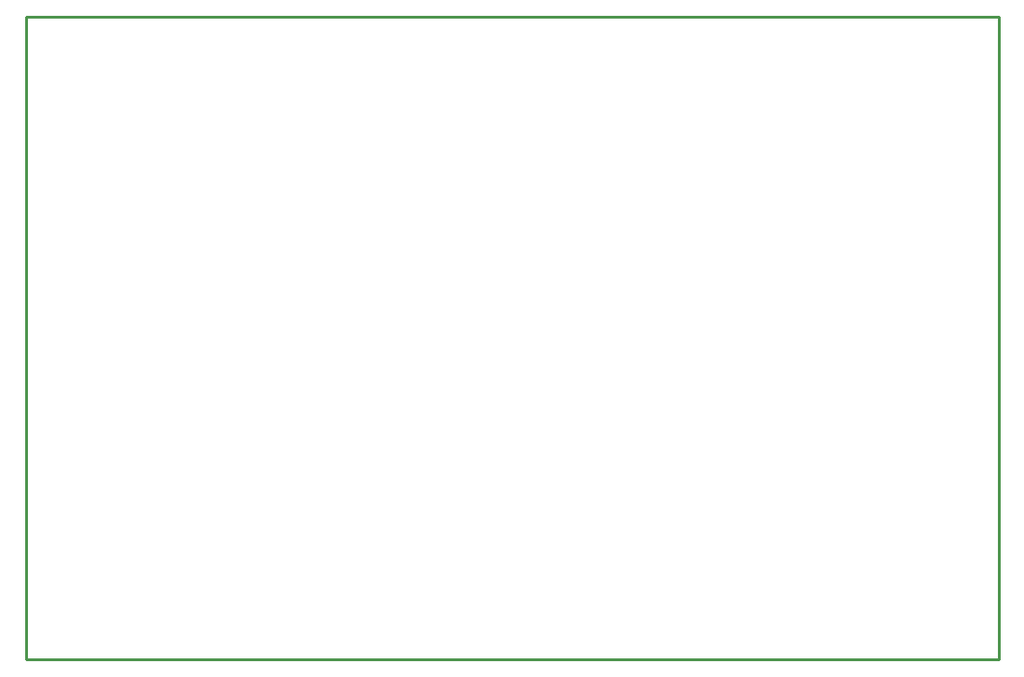
<source format=gko>
G04 ---------------------------- Layer name :KeepOutLayer*
G04 EasyEDA v5.8.20, Fri, 09 Nov 2018 02:12:10 GMT*
G04 afbeeaa0033d4c789317b0f66a149b2b*
G04 Gerber Generator version 0.2*
G04 Scale: 100 percent, Rotated: No, Reflected: No *
G04 Dimensions in inches *
G04 leading zeros omitted , absolute positions ,2 integer and 4 decimal *
%FSLAX24Y24*%
%MOIN*%
G90*
G70D02*

%ADD10C,0.010000*%
G54D10*
G01X0Y23000D02*
G01X34800Y23000D01*
G01X34800Y0D01*
G01X0Y0D01*
G01X0Y23000D01*

%LPD*%
M00*
M02*

</source>
